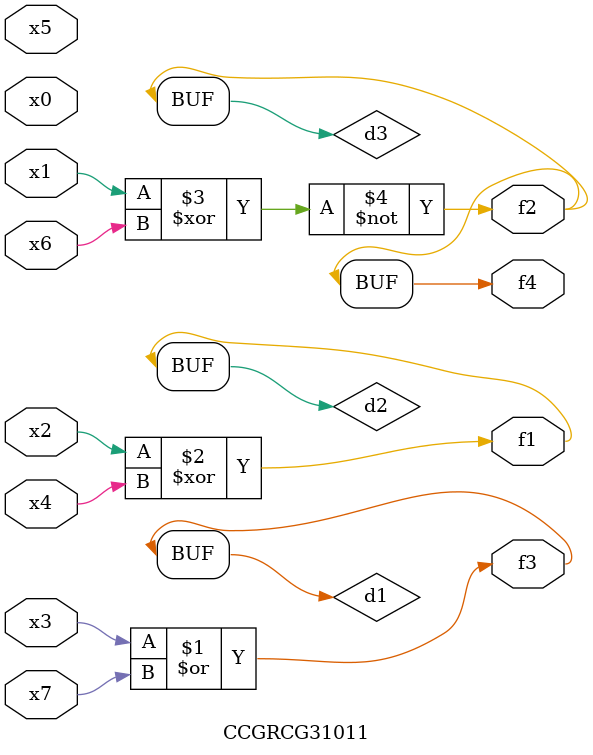
<source format=v>
module CCGRCG31011(
	input x0, x1, x2, x3, x4, x5, x6, x7,
	output f1, f2, f3, f4
);

	wire d1, d2, d3;

	or (d1, x3, x7);
	xor (d2, x2, x4);
	xnor (d3, x1, x6);
	assign f1 = d2;
	assign f2 = d3;
	assign f3 = d1;
	assign f4 = d3;
endmodule

</source>
